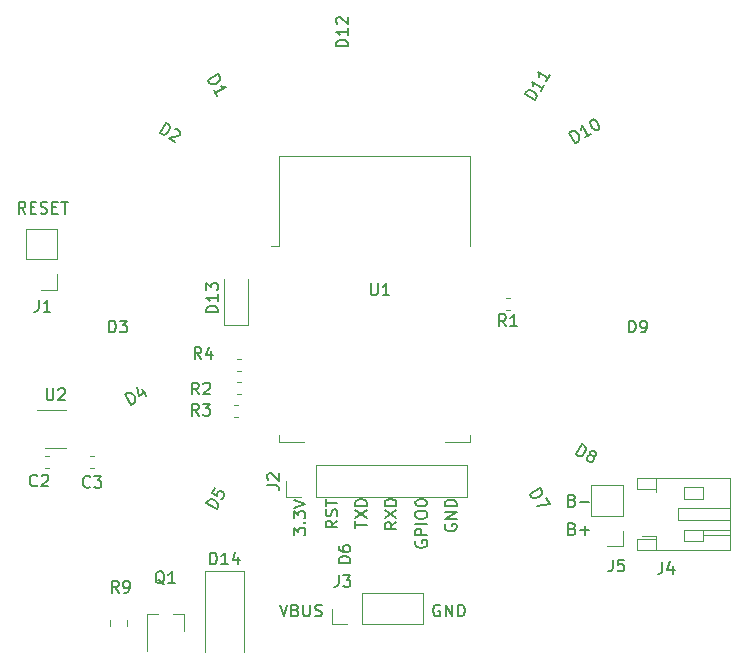
<source format=gbr>
G04 #@! TF.GenerationSoftware,KiCad,Pcbnew,(5.1.4-0)*
G04 #@! TF.CreationDate,2022-04-01T12:31:45+08:00*
G04 #@! TF.ProjectId,esp8266_ntp_clock,65737038-3236-4365-9f6e-74705f636c6f,v1.0*
G04 #@! TF.SameCoordinates,Original*
G04 #@! TF.FileFunction,Legend,Top*
G04 #@! TF.FilePolarity,Positive*
%FSLAX46Y46*%
G04 Gerber Fmt 4.6, Leading zero omitted, Abs format (unit mm)*
G04 Created by KiCad (PCBNEW (5.1.4-0)) date 2022-04-01 12:31:45*
%MOMM*%
%LPD*%
G04 APERTURE LIST*
%ADD10C,0.150000*%
%ADD11C,0.120000*%
G04 APERTURE END LIST*
D10*
X119238095Y-110500000D02*
X119142857Y-110452380D01*
X119000000Y-110452380D01*
X118857142Y-110500000D01*
X118761904Y-110595238D01*
X118714285Y-110690476D01*
X118666666Y-110880952D01*
X118666666Y-111023809D01*
X118714285Y-111214285D01*
X118761904Y-111309523D01*
X118857142Y-111404761D01*
X119000000Y-111452380D01*
X119095238Y-111452380D01*
X119238095Y-111404761D01*
X119285714Y-111357142D01*
X119285714Y-111023809D01*
X119095238Y-111023809D01*
X119714285Y-111452380D02*
X119714285Y-110452380D01*
X120285714Y-111452380D01*
X120285714Y-110452380D01*
X120761904Y-111452380D02*
X120761904Y-110452380D01*
X121000000Y-110452380D01*
X121142857Y-110500000D01*
X121238095Y-110595238D01*
X121285714Y-110690476D01*
X121333333Y-110880952D01*
X121333333Y-111023809D01*
X121285714Y-111214285D01*
X121238095Y-111309523D01*
X121142857Y-111404761D01*
X121000000Y-111452380D01*
X120761904Y-111452380D01*
X105666666Y-110452380D02*
X106000000Y-111452380D01*
X106333333Y-110452380D01*
X107000000Y-110928571D02*
X107142857Y-110976190D01*
X107190476Y-111023809D01*
X107238095Y-111119047D01*
X107238095Y-111261904D01*
X107190476Y-111357142D01*
X107142857Y-111404761D01*
X107047619Y-111452380D01*
X106666666Y-111452380D01*
X106666666Y-110452380D01*
X107000000Y-110452380D01*
X107095238Y-110500000D01*
X107142857Y-110547619D01*
X107190476Y-110642857D01*
X107190476Y-110738095D01*
X107142857Y-110833333D01*
X107095238Y-110880952D01*
X107000000Y-110928571D01*
X106666666Y-110928571D01*
X107666666Y-110452380D02*
X107666666Y-111261904D01*
X107714285Y-111357142D01*
X107761904Y-111404761D01*
X107857142Y-111452380D01*
X108047619Y-111452380D01*
X108142857Y-111404761D01*
X108190476Y-111357142D01*
X108238095Y-111261904D01*
X108238095Y-110452380D01*
X108666666Y-111404761D02*
X108809523Y-111452380D01*
X109047619Y-111452380D01*
X109142857Y-111404761D01*
X109190476Y-111357142D01*
X109238095Y-111261904D01*
X109238095Y-111166666D01*
X109190476Y-111071428D01*
X109142857Y-111023809D01*
X109047619Y-110976190D01*
X108857142Y-110928571D01*
X108761904Y-110880952D01*
X108714285Y-110833333D01*
X108666666Y-110738095D01*
X108666666Y-110642857D01*
X108714285Y-110547619D01*
X108761904Y-110500000D01*
X108857142Y-110452380D01*
X109095238Y-110452380D01*
X109238095Y-110500000D01*
X84147619Y-77352380D02*
X83814285Y-76876190D01*
X83576190Y-77352380D02*
X83576190Y-76352380D01*
X83957142Y-76352380D01*
X84052380Y-76400000D01*
X84100000Y-76447619D01*
X84147619Y-76542857D01*
X84147619Y-76685714D01*
X84100000Y-76780952D01*
X84052380Y-76828571D01*
X83957142Y-76876190D01*
X83576190Y-76876190D01*
X84576190Y-76828571D02*
X84909523Y-76828571D01*
X85052380Y-77352380D02*
X84576190Y-77352380D01*
X84576190Y-76352380D01*
X85052380Y-76352380D01*
X85433333Y-77304761D02*
X85576190Y-77352380D01*
X85814285Y-77352380D01*
X85909523Y-77304761D01*
X85957142Y-77257142D01*
X86004761Y-77161904D01*
X86004761Y-77066666D01*
X85957142Y-76971428D01*
X85909523Y-76923809D01*
X85814285Y-76876190D01*
X85623809Y-76828571D01*
X85528571Y-76780952D01*
X85480952Y-76733333D01*
X85433333Y-76638095D01*
X85433333Y-76542857D01*
X85480952Y-76447619D01*
X85528571Y-76400000D01*
X85623809Y-76352380D01*
X85861904Y-76352380D01*
X86004761Y-76400000D01*
X86433333Y-76828571D02*
X86766666Y-76828571D01*
X86909523Y-77352380D02*
X86433333Y-77352380D01*
X86433333Y-76352380D01*
X86909523Y-76352380D01*
X87195238Y-76352380D02*
X87766666Y-76352380D01*
X87480952Y-77352380D02*
X87480952Y-76352380D01*
X130452380Y-101628571D02*
X130595238Y-101676190D01*
X130642857Y-101723809D01*
X130690476Y-101819047D01*
X130690476Y-101961904D01*
X130642857Y-102057142D01*
X130595238Y-102104761D01*
X130500000Y-102152380D01*
X130119047Y-102152380D01*
X130119047Y-101152380D01*
X130452380Y-101152380D01*
X130547619Y-101200000D01*
X130595238Y-101247619D01*
X130642857Y-101342857D01*
X130642857Y-101438095D01*
X130595238Y-101533333D01*
X130547619Y-101580952D01*
X130452380Y-101628571D01*
X130119047Y-101628571D01*
X131119047Y-101771428D02*
X131880952Y-101771428D01*
X130452380Y-104028571D02*
X130595238Y-104076190D01*
X130642857Y-104123809D01*
X130690476Y-104219047D01*
X130690476Y-104361904D01*
X130642857Y-104457142D01*
X130595238Y-104504761D01*
X130500000Y-104552380D01*
X130119047Y-104552380D01*
X130119047Y-103552380D01*
X130452380Y-103552380D01*
X130547619Y-103600000D01*
X130595238Y-103647619D01*
X130642857Y-103742857D01*
X130642857Y-103838095D01*
X130595238Y-103933333D01*
X130547619Y-103980952D01*
X130452380Y-104028571D01*
X130119047Y-104028571D01*
X131119047Y-104171428D02*
X131880952Y-104171428D01*
X131500000Y-104552380D02*
X131500000Y-103790476D01*
X119700000Y-103661904D02*
X119652380Y-103757142D01*
X119652380Y-103900000D01*
X119700000Y-104042857D01*
X119795238Y-104138095D01*
X119890476Y-104185714D01*
X120080952Y-104233333D01*
X120223809Y-104233333D01*
X120414285Y-104185714D01*
X120509523Y-104138095D01*
X120604761Y-104042857D01*
X120652380Y-103900000D01*
X120652380Y-103804761D01*
X120604761Y-103661904D01*
X120557142Y-103614285D01*
X120223809Y-103614285D01*
X120223809Y-103804761D01*
X120652380Y-103185714D02*
X119652380Y-103185714D01*
X120652380Y-102614285D01*
X119652380Y-102614285D01*
X120652380Y-102138095D02*
X119652380Y-102138095D01*
X119652380Y-101900000D01*
X119700000Y-101757142D01*
X119795238Y-101661904D01*
X119890476Y-101614285D01*
X120080952Y-101566666D01*
X120223809Y-101566666D01*
X120414285Y-101614285D01*
X120509523Y-101661904D01*
X120604761Y-101757142D01*
X120652380Y-101900000D01*
X120652380Y-102138095D01*
X117200000Y-105076190D02*
X117152380Y-105171428D01*
X117152380Y-105314285D01*
X117200000Y-105457142D01*
X117295238Y-105552380D01*
X117390476Y-105600000D01*
X117580952Y-105647619D01*
X117723809Y-105647619D01*
X117914285Y-105600000D01*
X118009523Y-105552380D01*
X118104761Y-105457142D01*
X118152380Y-105314285D01*
X118152380Y-105219047D01*
X118104761Y-105076190D01*
X118057142Y-105028571D01*
X117723809Y-105028571D01*
X117723809Y-105219047D01*
X118152380Y-104600000D02*
X117152380Y-104600000D01*
X117152380Y-104219047D01*
X117200000Y-104123809D01*
X117247619Y-104076190D01*
X117342857Y-104028571D01*
X117485714Y-104028571D01*
X117580952Y-104076190D01*
X117628571Y-104123809D01*
X117676190Y-104219047D01*
X117676190Y-104600000D01*
X118152380Y-103600000D02*
X117152380Y-103600000D01*
X117152380Y-102933333D02*
X117152380Y-102742857D01*
X117200000Y-102647619D01*
X117295238Y-102552380D01*
X117485714Y-102504761D01*
X117819047Y-102504761D01*
X118009523Y-102552380D01*
X118104761Y-102647619D01*
X118152380Y-102742857D01*
X118152380Y-102933333D01*
X118104761Y-103028571D01*
X118009523Y-103123809D01*
X117819047Y-103171428D01*
X117485714Y-103171428D01*
X117295238Y-103123809D01*
X117200000Y-103028571D01*
X117152380Y-102933333D01*
X117152380Y-101885714D02*
X117152380Y-101790476D01*
X117200000Y-101695238D01*
X117247619Y-101647619D01*
X117342857Y-101600000D01*
X117533333Y-101552380D01*
X117771428Y-101552380D01*
X117961904Y-101600000D01*
X118057142Y-101647619D01*
X118104761Y-101695238D01*
X118152380Y-101790476D01*
X118152380Y-101885714D01*
X118104761Y-101980952D01*
X118057142Y-102028571D01*
X117961904Y-102076190D01*
X117771428Y-102123809D01*
X117533333Y-102123809D01*
X117342857Y-102076190D01*
X117247619Y-102028571D01*
X117200000Y-101980952D01*
X117152380Y-101885714D01*
X115552380Y-103466666D02*
X115076190Y-103800000D01*
X115552380Y-104038095D02*
X114552380Y-104038095D01*
X114552380Y-103657142D01*
X114600000Y-103561904D01*
X114647619Y-103514285D01*
X114742857Y-103466666D01*
X114885714Y-103466666D01*
X114980952Y-103514285D01*
X115028571Y-103561904D01*
X115076190Y-103657142D01*
X115076190Y-104038095D01*
X114552380Y-103133333D02*
X115552380Y-102466666D01*
X114552380Y-102466666D02*
X115552380Y-103133333D01*
X115552380Y-102085714D02*
X114552380Y-102085714D01*
X114552380Y-101847619D01*
X114600000Y-101704761D01*
X114695238Y-101609523D01*
X114790476Y-101561904D01*
X114980952Y-101514285D01*
X115123809Y-101514285D01*
X115314285Y-101561904D01*
X115409523Y-101609523D01*
X115504761Y-101704761D01*
X115552380Y-101847619D01*
X115552380Y-102085714D01*
X112052380Y-103961904D02*
X112052380Y-103390476D01*
X113052380Y-103676190D02*
X112052380Y-103676190D01*
X112052380Y-103152380D02*
X113052380Y-102485714D01*
X112052380Y-102485714D02*
X113052380Y-103152380D01*
X113052380Y-102104761D02*
X112052380Y-102104761D01*
X112052380Y-101866666D01*
X112100000Y-101723809D01*
X112195238Y-101628571D01*
X112290476Y-101580952D01*
X112480952Y-101533333D01*
X112623809Y-101533333D01*
X112814285Y-101580952D01*
X112909523Y-101628571D01*
X113004761Y-101723809D01*
X113052380Y-101866666D01*
X113052380Y-102104761D01*
X110552380Y-103347619D02*
X110076190Y-103680952D01*
X110552380Y-103919047D02*
X109552380Y-103919047D01*
X109552380Y-103538095D01*
X109600000Y-103442857D01*
X109647619Y-103395238D01*
X109742857Y-103347619D01*
X109885714Y-103347619D01*
X109980952Y-103395238D01*
X110028571Y-103442857D01*
X110076190Y-103538095D01*
X110076190Y-103919047D01*
X110504761Y-102966666D02*
X110552380Y-102823809D01*
X110552380Y-102585714D01*
X110504761Y-102490476D01*
X110457142Y-102442857D01*
X110361904Y-102395238D01*
X110266666Y-102395238D01*
X110171428Y-102442857D01*
X110123809Y-102490476D01*
X110076190Y-102585714D01*
X110028571Y-102776190D01*
X109980952Y-102871428D01*
X109933333Y-102919047D01*
X109838095Y-102966666D01*
X109742857Y-102966666D01*
X109647619Y-102919047D01*
X109600000Y-102871428D01*
X109552380Y-102776190D01*
X109552380Y-102538095D01*
X109600000Y-102395238D01*
X109552380Y-102109523D02*
X109552380Y-101538095D01*
X110552380Y-101823809D02*
X109552380Y-101823809D01*
X106852380Y-104576190D02*
X106852380Y-103957142D01*
X107233333Y-104290476D01*
X107233333Y-104147619D01*
X107280952Y-104052380D01*
X107328571Y-104004761D01*
X107423809Y-103957142D01*
X107661904Y-103957142D01*
X107757142Y-104004761D01*
X107804761Y-104052380D01*
X107852380Y-104147619D01*
X107852380Y-104433333D01*
X107804761Y-104528571D01*
X107757142Y-104576190D01*
X107757142Y-103528571D02*
X107804761Y-103480952D01*
X107852380Y-103528571D01*
X107804761Y-103576190D01*
X107757142Y-103528571D01*
X107852380Y-103528571D01*
X106852380Y-103147619D02*
X106852380Y-102528571D01*
X107233333Y-102861904D01*
X107233333Y-102719047D01*
X107280952Y-102623809D01*
X107328571Y-102576190D01*
X107423809Y-102528571D01*
X107661904Y-102528571D01*
X107757142Y-102576190D01*
X107804761Y-102623809D01*
X107852380Y-102719047D01*
X107852380Y-103004761D01*
X107804761Y-103100000D01*
X107757142Y-103147619D01*
X106852380Y-102242857D02*
X107852380Y-101909523D01*
X106852380Y-101576190D01*
D11*
X86171267Y-97890000D02*
X85828733Y-97890000D01*
X86171267Y-98910000D02*
X85828733Y-98910000D01*
X89971267Y-98910000D02*
X89628733Y-98910000D01*
X89971267Y-97890000D02*
X89628733Y-97890000D01*
X101000000Y-86750000D02*
X103000000Y-86750000D01*
X103000000Y-86750000D02*
X103000000Y-82850000D01*
X101000000Y-86750000D02*
X101000000Y-82850000D01*
X102650000Y-107600000D02*
X99350000Y-107600000D01*
X99350000Y-107600000D02*
X99350000Y-114500000D01*
X102650000Y-107600000D02*
X102650000Y-114500000D01*
X86830000Y-78630000D02*
X84170000Y-78630000D01*
X86830000Y-81230000D02*
X86830000Y-78630000D01*
X84170000Y-81230000D02*
X84170000Y-78630000D01*
X86830000Y-81230000D02*
X84170000Y-81230000D01*
X86830000Y-82500000D02*
X86830000Y-83830000D01*
X86830000Y-83830000D02*
X85500000Y-83830000D01*
X121530000Y-101330000D02*
X121530000Y-98670000D01*
X108770000Y-101330000D02*
X121530000Y-101330000D01*
X108770000Y-98670000D02*
X121530000Y-98670000D01*
X108770000Y-101330000D02*
X108770000Y-98670000D01*
X107500000Y-101330000D02*
X106170000Y-101330000D01*
X106170000Y-101330000D02*
X106170000Y-100000000D01*
X117810000Y-112130000D02*
X117810000Y-109470000D01*
X112670000Y-112130000D02*
X117810000Y-112130000D01*
X112670000Y-109470000D02*
X117810000Y-109470000D01*
X112670000Y-112130000D02*
X112670000Y-109470000D01*
X111400000Y-112130000D02*
X110070000Y-112130000D01*
X110070000Y-112130000D02*
X110070000Y-110800000D01*
X137540000Y-104660000D02*
X137540000Y-104940000D01*
X137540000Y-104940000D02*
X135940000Y-104940000D01*
X135940000Y-104940000D02*
X135940000Y-105860000D01*
X135940000Y-105860000D02*
X143760000Y-105860000D01*
X143760000Y-105860000D02*
X143760000Y-99740000D01*
X143760000Y-99740000D02*
X135940000Y-99740000D01*
X135940000Y-99740000D02*
X135940000Y-100660000D01*
X135940000Y-100660000D02*
X137540000Y-100660000D01*
X137540000Y-100660000D02*
X137540000Y-100940000D01*
X143760000Y-103300000D02*
X139400000Y-103300000D01*
X139400000Y-103300000D02*
X139400000Y-102300000D01*
X139400000Y-102300000D02*
X143760000Y-102300000D01*
X137540000Y-105860000D02*
X137540000Y-104940000D01*
X137540000Y-99740000D02*
X137540000Y-100660000D01*
X139900000Y-105100000D02*
X141500000Y-105100000D01*
X141500000Y-105100000D02*
X141500000Y-104100000D01*
X141500000Y-104100000D02*
X139900000Y-104100000D01*
X139900000Y-104100000D02*
X139900000Y-105100000D01*
X139900000Y-100500000D02*
X141500000Y-100500000D01*
X141500000Y-100500000D02*
X141500000Y-101500000D01*
X141500000Y-101500000D02*
X139900000Y-101500000D01*
X139900000Y-101500000D02*
X139900000Y-100500000D01*
X141500000Y-104100000D02*
X143760000Y-104100000D01*
X141500000Y-104600000D02*
X143760000Y-104600000D01*
X137540000Y-104660000D02*
X136325000Y-104660000D01*
X97580000Y-111240000D02*
X96650000Y-111240000D01*
X94420000Y-111240000D02*
X95350000Y-111240000D01*
X94420000Y-111240000D02*
X94420000Y-114400000D01*
X97580000Y-111240000D02*
X97580000Y-112700000D01*
X125171267Y-85510000D02*
X124828733Y-85510000D01*
X125171267Y-84490000D02*
X124828733Y-84490000D01*
X102028733Y-92610000D02*
X102371267Y-92610000D01*
X102028733Y-91590000D02*
X102371267Y-91590000D01*
X101828733Y-93590000D02*
X102171267Y-93590000D01*
X101828733Y-94610000D02*
X102171267Y-94610000D01*
X102028733Y-90710000D02*
X102371267Y-90710000D01*
X102028733Y-89690000D02*
X102371267Y-89690000D01*
X91290000Y-112261252D02*
X91290000Y-111738748D01*
X92710000Y-112261252D02*
X92710000Y-111738748D01*
X105580000Y-80100000D02*
X104970000Y-80100000D01*
X105580000Y-80100000D02*
X105580000Y-72480000D01*
X105580000Y-96720000D02*
X105580000Y-96100000D01*
X107700000Y-96720000D02*
X105580000Y-96720000D01*
X121820000Y-96720000D02*
X119700000Y-96720000D01*
X121820000Y-96100000D02*
X121820000Y-96720000D01*
X121820000Y-72480000D02*
X121820000Y-80100000D01*
X105580000Y-72480000D02*
X121820000Y-72480000D01*
X85800000Y-97210000D02*
X87600000Y-97210000D01*
X87600000Y-93990000D02*
X85150000Y-93990000D01*
X134730000Y-100330000D02*
X132070000Y-100330000D01*
X134730000Y-102930000D02*
X134730000Y-100330000D01*
X132070000Y-102930000D02*
X132070000Y-100330000D01*
X134730000Y-102930000D02*
X132070000Y-102930000D01*
X134730000Y-104200000D02*
X134730000Y-105530000D01*
X134730000Y-105530000D02*
X133400000Y-105530000D01*
D10*
X85133333Y-100357142D02*
X85085714Y-100404761D01*
X84942857Y-100452380D01*
X84847619Y-100452380D01*
X84704761Y-100404761D01*
X84609523Y-100309523D01*
X84561904Y-100214285D01*
X84514285Y-100023809D01*
X84514285Y-99880952D01*
X84561904Y-99690476D01*
X84609523Y-99595238D01*
X84704761Y-99500000D01*
X84847619Y-99452380D01*
X84942857Y-99452380D01*
X85085714Y-99500000D01*
X85133333Y-99547619D01*
X85514285Y-99547619D02*
X85561904Y-99500000D01*
X85657142Y-99452380D01*
X85895238Y-99452380D01*
X85990476Y-99500000D01*
X86038095Y-99547619D01*
X86085714Y-99642857D01*
X86085714Y-99738095D01*
X86038095Y-99880952D01*
X85466666Y-100452380D01*
X86085714Y-100452380D01*
X89633333Y-100457142D02*
X89585714Y-100504761D01*
X89442857Y-100552380D01*
X89347619Y-100552380D01*
X89204761Y-100504761D01*
X89109523Y-100409523D01*
X89061904Y-100314285D01*
X89014285Y-100123809D01*
X89014285Y-99980952D01*
X89061904Y-99790476D01*
X89109523Y-99695238D01*
X89204761Y-99600000D01*
X89347619Y-99552380D01*
X89442857Y-99552380D01*
X89585714Y-99600000D01*
X89633333Y-99647619D01*
X89966666Y-99552380D02*
X90585714Y-99552380D01*
X90252380Y-99933333D01*
X90395238Y-99933333D01*
X90490476Y-99980952D01*
X90538095Y-100028571D01*
X90585714Y-100123809D01*
X90585714Y-100361904D01*
X90538095Y-100457142D01*
X90490476Y-100504761D01*
X90395238Y-100552380D01*
X90109523Y-100552380D01*
X90014285Y-100504761D01*
X89966666Y-100457142D01*
X99610743Y-66066833D02*
X100476769Y-65566833D01*
X100595817Y-65773029D01*
X100626006Y-65920557D01*
X100591146Y-66050654D01*
X100532477Y-66139513D01*
X100391329Y-66275990D01*
X100267612Y-66347419D01*
X100078845Y-66401417D01*
X99972557Y-66407797D01*
X99842459Y-66372938D01*
X99729791Y-66273029D01*
X99610743Y-66066833D01*
X100372648Y-67386491D02*
X100086934Y-66891619D01*
X100229791Y-67139055D02*
X101095817Y-66639055D01*
X100924480Y-66628005D01*
X100794382Y-66593145D01*
X100705524Y-66534476D01*
X95514748Y-70524290D02*
X96014748Y-69658265D01*
X96220944Y-69777312D01*
X96320853Y-69889980D01*
X96355712Y-70020078D01*
X96349333Y-70126366D01*
X96295334Y-70315133D01*
X96223905Y-70438851D01*
X96087428Y-70579999D01*
X95998569Y-70638668D01*
X95868472Y-70673527D01*
X95720944Y-70643338D01*
X95514748Y-70524290D01*
X96791915Y-70216934D02*
X96856964Y-70199504D01*
X96963252Y-70205884D01*
X97169448Y-70324932D01*
X97228117Y-70413790D01*
X97245547Y-70478839D01*
X97239167Y-70585127D01*
X97191548Y-70667605D01*
X97078881Y-70767514D01*
X96298295Y-70976671D01*
X96834406Y-71286195D01*
X91231904Y-87412380D02*
X91231904Y-86412380D01*
X91470000Y-86412380D01*
X91612857Y-86460000D01*
X91708095Y-86555238D01*
X91755714Y-86650476D01*
X91803333Y-86840952D01*
X91803333Y-86983809D01*
X91755714Y-87174285D01*
X91708095Y-87269523D01*
X91612857Y-87364761D01*
X91470000Y-87412380D01*
X91231904Y-87412380D01*
X92136666Y-86412380D02*
X92755714Y-86412380D01*
X92422380Y-86793333D01*
X92565238Y-86793333D01*
X92660476Y-86840952D01*
X92708095Y-86888571D01*
X92755714Y-86983809D01*
X92755714Y-87221904D01*
X92708095Y-87317142D01*
X92660476Y-87364761D01*
X92565238Y-87412380D01*
X92279523Y-87412380D01*
X92184285Y-87364761D01*
X92136666Y-87317142D01*
X93107129Y-93532386D02*
X92607129Y-92666360D01*
X92813325Y-92547312D01*
X92960853Y-92517123D01*
X93090950Y-92551983D01*
X93179809Y-92610652D01*
X93316286Y-92751800D01*
X93387715Y-92875517D01*
X93441713Y-93064284D01*
X93448093Y-93170572D01*
X93413234Y-93300670D01*
X93313325Y-93413338D01*
X93107129Y-93532386D01*
X94010975Y-92240750D02*
X94344308Y-92818100D01*
X93614302Y-92029883D02*
X93765248Y-92767520D01*
X94301359Y-92457996D01*
X100324290Y-102385251D02*
X99458265Y-101885251D01*
X99577312Y-101679055D01*
X99689980Y-101579146D01*
X99820078Y-101544287D01*
X99926366Y-101550666D01*
X100115133Y-101604665D01*
X100238851Y-101676094D01*
X100379999Y-101812571D01*
X100438668Y-101901430D01*
X100473527Y-102031527D01*
X100443338Y-102179055D01*
X100324290Y-102385251D01*
X100196360Y-100606833D02*
X99958265Y-101019226D01*
X100346848Y-101298560D01*
X100329419Y-101233512D01*
X100335798Y-101127223D01*
X100454846Y-100921027D01*
X100543704Y-100862358D01*
X100608753Y-100844928D01*
X100715041Y-100851308D01*
X100921238Y-100970355D01*
X100979907Y-101059214D01*
X100997337Y-101124263D01*
X100990957Y-101230551D01*
X100871909Y-101436747D01*
X100783051Y-101495416D01*
X100718002Y-101512846D01*
X111652380Y-106938095D02*
X110652380Y-106938095D01*
X110652380Y-106700000D01*
X110700000Y-106557142D01*
X110795238Y-106461904D01*
X110890476Y-106414285D01*
X111080952Y-106366666D01*
X111223809Y-106366666D01*
X111414285Y-106414285D01*
X111509523Y-106461904D01*
X111604761Y-106557142D01*
X111652380Y-106700000D01*
X111652380Y-106938095D01*
X110652380Y-105509523D02*
X110652380Y-105700000D01*
X110700000Y-105795238D01*
X110747619Y-105842857D01*
X110890476Y-105938095D01*
X111080952Y-105985714D01*
X111461904Y-105985714D01*
X111557142Y-105938095D01*
X111604761Y-105890476D01*
X111652380Y-105795238D01*
X111652380Y-105604761D01*
X111604761Y-105509523D01*
X111557142Y-105461904D01*
X111461904Y-105414285D01*
X111223809Y-105414285D01*
X111128571Y-105461904D01*
X111080952Y-105509523D01*
X111033333Y-105604761D01*
X111033333Y-105795238D01*
X111080952Y-105890476D01*
X111128571Y-105938095D01*
X111223809Y-105985714D01*
X126867613Y-101107129D02*
X127733639Y-100607129D01*
X127852687Y-100813325D01*
X127882876Y-100960853D01*
X127848016Y-101090950D01*
X127789347Y-101179809D01*
X127648199Y-101316286D01*
X127524482Y-101387715D01*
X127335715Y-101441713D01*
X127229427Y-101448093D01*
X127099329Y-101413234D01*
X126986661Y-101313325D01*
X126867613Y-101107129D01*
X128186020Y-101390676D02*
X128519353Y-101968026D01*
X127439042Y-102096872D01*
X130754452Y-97721160D02*
X131254452Y-96855135D01*
X131460648Y-96974182D01*
X131560557Y-97086850D01*
X131595416Y-97216948D01*
X131589037Y-97323236D01*
X131535038Y-97512003D01*
X131463609Y-97635721D01*
X131327132Y-97776869D01*
X131238273Y-97835538D01*
X131108176Y-97870397D01*
X130960648Y-97840208D01*
X130754452Y-97721160D01*
X132029909Y-97797717D02*
X131971240Y-97708859D01*
X131953811Y-97643810D01*
X131960190Y-97537522D01*
X131984000Y-97496283D01*
X132072858Y-97437613D01*
X132137907Y-97420184D01*
X132244195Y-97426563D01*
X132409152Y-97521802D01*
X132467821Y-97610660D01*
X132485251Y-97675709D01*
X132478871Y-97781997D01*
X132455062Y-97823236D01*
X132366204Y-97881905D01*
X132301155Y-97899335D01*
X132194867Y-97892955D01*
X132029909Y-97797717D01*
X131923621Y-97791337D01*
X131858572Y-97808767D01*
X131769714Y-97867436D01*
X131674476Y-98032394D01*
X131668096Y-98138682D01*
X131685526Y-98203730D01*
X131744195Y-98292589D01*
X131909152Y-98387827D01*
X132015440Y-98394207D01*
X132080489Y-98376777D01*
X132169348Y-98318108D01*
X132264586Y-98153151D01*
X132270965Y-98046862D01*
X132253536Y-97981814D01*
X132194867Y-97892955D01*
X135231904Y-87412380D02*
X135231904Y-86412380D01*
X135470000Y-86412380D01*
X135612857Y-86460000D01*
X135708095Y-86555238D01*
X135755714Y-86650476D01*
X135803333Y-86840952D01*
X135803333Y-86983809D01*
X135755714Y-87174285D01*
X135708095Y-87269523D01*
X135612857Y-87364761D01*
X135470000Y-87412380D01*
X135231904Y-87412380D01*
X136279523Y-87412380D02*
X136470000Y-87412380D01*
X136565238Y-87364761D01*
X136612857Y-87317142D01*
X136708095Y-87174285D01*
X136755714Y-86983809D01*
X136755714Y-86602857D01*
X136708095Y-86507619D01*
X136660476Y-86460000D01*
X136565238Y-86412380D01*
X136374761Y-86412380D01*
X136279523Y-86460000D01*
X136231904Y-86507619D01*
X136184285Y-86602857D01*
X136184285Y-86840952D01*
X136231904Y-86936190D01*
X136279523Y-86983809D01*
X136374761Y-87031428D01*
X136565238Y-87031428D01*
X136660476Y-86983809D01*
X136708095Y-86936190D01*
X136755714Y-86840952D01*
X130694736Y-71370481D02*
X130194736Y-70504455D01*
X130400932Y-70385408D01*
X130548460Y-70355218D01*
X130678557Y-70390078D01*
X130767416Y-70448747D01*
X130903893Y-70589895D01*
X130975322Y-70713613D01*
X131029320Y-70902379D01*
X131035700Y-71008668D01*
X131000841Y-71138765D01*
X130900932Y-71251433D01*
X130694736Y-71370481D01*
X132014393Y-70608576D02*
X131519522Y-70894290D01*
X131766958Y-70751433D02*
X131266958Y-69885408D01*
X131255908Y-70056745D01*
X131221048Y-70186842D01*
X131162379Y-70275701D01*
X132050504Y-69433027D02*
X132132983Y-69385408D01*
X132239271Y-69379028D01*
X132304320Y-69396458D01*
X132393178Y-69455127D01*
X132529656Y-69596275D01*
X132648703Y-69802471D01*
X132702702Y-69991238D01*
X132709082Y-70097526D01*
X132691652Y-70162575D01*
X132632983Y-70251433D01*
X132550504Y-70299052D01*
X132444216Y-70305432D01*
X132379167Y-70288002D01*
X132290309Y-70229333D01*
X132153832Y-70088185D01*
X132034784Y-69881989D01*
X131980785Y-69693222D01*
X131974406Y-69586934D01*
X131991835Y-69521885D01*
X132050504Y-69433027D01*
X127283065Y-67757940D02*
X126417040Y-67257940D01*
X126536087Y-67051744D01*
X126648755Y-66951835D01*
X126778853Y-66916976D01*
X126885141Y-66923356D01*
X127073908Y-66977354D01*
X127197626Y-67048783D01*
X127338773Y-67185260D01*
X127397442Y-67274119D01*
X127432302Y-67404216D01*
X127402113Y-67551744D01*
X127283065Y-67757940D01*
X128044970Y-66438282D02*
X127759256Y-66933154D01*
X127902113Y-66685718D02*
X127036087Y-66185718D01*
X127112186Y-66339626D01*
X127147046Y-66469723D01*
X127140666Y-66576011D01*
X128521160Y-65613496D02*
X128235446Y-66108368D01*
X128378303Y-65860932D02*
X127512278Y-65360932D01*
X127588377Y-65514839D01*
X127623236Y-65644937D01*
X127616856Y-65751225D01*
X111452380Y-63184285D02*
X110452380Y-63184285D01*
X110452380Y-62946190D01*
X110500000Y-62803333D01*
X110595238Y-62708095D01*
X110690476Y-62660476D01*
X110880952Y-62612857D01*
X111023809Y-62612857D01*
X111214285Y-62660476D01*
X111309523Y-62708095D01*
X111404761Y-62803333D01*
X111452380Y-62946190D01*
X111452380Y-63184285D01*
X111452380Y-61660476D02*
X111452380Y-62231904D01*
X111452380Y-61946190D02*
X110452380Y-61946190D01*
X110595238Y-62041428D01*
X110690476Y-62136666D01*
X110738095Y-62231904D01*
X110547619Y-61279523D02*
X110500000Y-61231904D01*
X110452380Y-61136666D01*
X110452380Y-60898571D01*
X110500000Y-60803333D01*
X110547619Y-60755714D01*
X110642857Y-60708095D01*
X110738095Y-60708095D01*
X110880952Y-60755714D01*
X111452380Y-61327142D01*
X111452380Y-60708095D01*
X100452380Y-85714285D02*
X99452380Y-85714285D01*
X99452380Y-85476190D01*
X99500000Y-85333333D01*
X99595238Y-85238095D01*
X99690476Y-85190476D01*
X99880952Y-85142857D01*
X100023809Y-85142857D01*
X100214285Y-85190476D01*
X100309523Y-85238095D01*
X100404761Y-85333333D01*
X100452380Y-85476190D01*
X100452380Y-85714285D01*
X100452380Y-84190476D02*
X100452380Y-84761904D01*
X100452380Y-84476190D02*
X99452380Y-84476190D01*
X99595238Y-84571428D01*
X99690476Y-84666666D01*
X99738095Y-84761904D01*
X99452380Y-83857142D02*
X99452380Y-83238095D01*
X99833333Y-83571428D01*
X99833333Y-83428571D01*
X99880952Y-83333333D01*
X99928571Y-83285714D01*
X100023809Y-83238095D01*
X100261904Y-83238095D01*
X100357142Y-83285714D01*
X100404761Y-83333333D01*
X100452380Y-83428571D01*
X100452380Y-83714285D01*
X100404761Y-83809523D01*
X100357142Y-83857142D01*
X99785714Y-107052380D02*
X99785714Y-106052380D01*
X100023809Y-106052380D01*
X100166666Y-106100000D01*
X100261904Y-106195238D01*
X100309523Y-106290476D01*
X100357142Y-106480952D01*
X100357142Y-106623809D01*
X100309523Y-106814285D01*
X100261904Y-106909523D01*
X100166666Y-107004761D01*
X100023809Y-107052380D01*
X99785714Y-107052380D01*
X101309523Y-107052380D02*
X100738095Y-107052380D01*
X101023809Y-107052380D02*
X101023809Y-106052380D01*
X100928571Y-106195238D01*
X100833333Y-106290476D01*
X100738095Y-106338095D01*
X102166666Y-106385714D02*
X102166666Y-107052380D01*
X101928571Y-106004761D02*
X101690476Y-106719047D01*
X102309523Y-106719047D01*
X85266666Y-84652380D02*
X85266666Y-85366666D01*
X85219047Y-85509523D01*
X85123809Y-85604761D01*
X84980952Y-85652380D01*
X84885714Y-85652380D01*
X86266666Y-85652380D02*
X85695238Y-85652380D01*
X85980952Y-85652380D02*
X85980952Y-84652380D01*
X85885714Y-84795238D01*
X85790476Y-84890476D01*
X85695238Y-84938095D01*
X104622380Y-100333333D02*
X105336666Y-100333333D01*
X105479523Y-100380952D01*
X105574761Y-100476190D01*
X105622380Y-100619047D01*
X105622380Y-100714285D01*
X104717619Y-99904761D02*
X104670000Y-99857142D01*
X104622380Y-99761904D01*
X104622380Y-99523809D01*
X104670000Y-99428571D01*
X104717619Y-99380952D01*
X104812857Y-99333333D01*
X104908095Y-99333333D01*
X105050952Y-99380952D01*
X105622380Y-99952380D01*
X105622380Y-99333333D01*
X110666666Y-107952380D02*
X110666666Y-108666666D01*
X110619047Y-108809523D01*
X110523809Y-108904761D01*
X110380952Y-108952380D01*
X110285714Y-108952380D01*
X111047619Y-107952380D02*
X111666666Y-107952380D01*
X111333333Y-108333333D01*
X111476190Y-108333333D01*
X111571428Y-108380952D01*
X111619047Y-108428571D01*
X111666666Y-108523809D01*
X111666666Y-108761904D01*
X111619047Y-108857142D01*
X111571428Y-108904761D01*
X111476190Y-108952380D01*
X111190476Y-108952380D01*
X111095238Y-108904761D01*
X111047619Y-108857142D01*
X138066666Y-106852380D02*
X138066666Y-107566666D01*
X138019047Y-107709523D01*
X137923809Y-107804761D01*
X137780952Y-107852380D01*
X137685714Y-107852380D01*
X138971428Y-107185714D02*
X138971428Y-107852380D01*
X138733333Y-106804761D02*
X138495238Y-107519047D01*
X139114285Y-107519047D01*
X95904761Y-108747619D02*
X95809523Y-108700000D01*
X95714285Y-108604761D01*
X95571428Y-108461904D01*
X95476190Y-108414285D01*
X95380952Y-108414285D01*
X95428571Y-108652380D02*
X95333333Y-108604761D01*
X95238095Y-108509523D01*
X95190476Y-108319047D01*
X95190476Y-107985714D01*
X95238095Y-107795238D01*
X95333333Y-107700000D01*
X95428571Y-107652380D01*
X95619047Y-107652380D01*
X95714285Y-107700000D01*
X95809523Y-107795238D01*
X95857142Y-107985714D01*
X95857142Y-108319047D01*
X95809523Y-108509523D01*
X95714285Y-108604761D01*
X95619047Y-108652380D01*
X95428571Y-108652380D01*
X96809523Y-108652380D02*
X96238095Y-108652380D01*
X96523809Y-108652380D02*
X96523809Y-107652380D01*
X96428571Y-107795238D01*
X96333333Y-107890476D01*
X96238095Y-107938095D01*
X124833333Y-86882380D02*
X124500000Y-86406190D01*
X124261904Y-86882380D02*
X124261904Y-85882380D01*
X124642857Y-85882380D01*
X124738095Y-85930000D01*
X124785714Y-85977619D01*
X124833333Y-86072857D01*
X124833333Y-86215714D01*
X124785714Y-86310952D01*
X124738095Y-86358571D01*
X124642857Y-86406190D01*
X124261904Y-86406190D01*
X125785714Y-86882380D02*
X125214285Y-86882380D01*
X125500000Y-86882380D02*
X125500000Y-85882380D01*
X125404761Y-86025238D01*
X125309523Y-86120476D01*
X125214285Y-86168095D01*
X98833333Y-92652380D02*
X98500000Y-92176190D01*
X98261904Y-92652380D02*
X98261904Y-91652380D01*
X98642857Y-91652380D01*
X98738095Y-91700000D01*
X98785714Y-91747619D01*
X98833333Y-91842857D01*
X98833333Y-91985714D01*
X98785714Y-92080952D01*
X98738095Y-92128571D01*
X98642857Y-92176190D01*
X98261904Y-92176190D01*
X99214285Y-91747619D02*
X99261904Y-91700000D01*
X99357142Y-91652380D01*
X99595238Y-91652380D01*
X99690476Y-91700000D01*
X99738095Y-91747619D01*
X99785714Y-91842857D01*
X99785714Y-91938095D01*
X99738095Y-92080952D01*
X99166666Y-92652380D01*
X99785714Y-92652380D01*
X98833333Y-94452380D02*
X98500000Y-93976190D01*
X98261904Y-94452380D02*
X98261904Y-93452380D01*
X98642857Y-93452380D01*
X98738095Y-93500000D01*
X98785714Y-93547619D01*
X98833333Y-93642857D01*
X98833333Y-93785714D01*
X98785714Y-93880952D01*
X98738095Y-93928571D01*
X98642857Y-93976190D01*
X98261904Y-93976190D01*
X99166666Y-93452380D02*
X99785714Y-93452380D01*
X99452380Y-93833333D01*
X99595238Y-93833333D01*
X99690476Y-93880952D01*
X99738095Y-93928571D01*
X99785714Y-94023809D01*
X99785714Y-94261904D01*
X99738095Y-94357142D01*
X99690476Y-94404761D01*
X99595238Y-94452380D01*
X99309523Y-94452380D01*
X99214285Y-94404761D01*
X99166666Y-94357142D01*
X99033333Y-89652380D02*
X98700000Y-89176190D01*
X98461904Y-89652380D02*
X98461904Y-88652380D01*
X98842857Y-88652380D01*
X98938095Y-88700000D01*
X98985714Y-88747619D01*
X99033333Y-88842857D01*
X99033333Y-88985714D01*
X98985714Y-89080952D01*
X98938095Y-89128571D01*
X98842857Y-89176190D01*
X98461904Y-89176190D01*
X99890476Y-88985714D02*
X99890476Y-89652380D01*
X99652380Y-88604761D02*
X99414285Y-89319047D01*
X100033333Y-89319047D01*
X92033333Y-109452380D02*
X91700000Y-108976190D01*
X91461904Y-109452380D02*
X91461904Y-108452380D01*
X91842857Y-108452380D01*
X91938095Y-108500000D01*
X91985714Y-108547619D01*
X92033333Y-108642857D01*
X92033333Y-108785714D01*
X91985714Y-108880952D01*
X91938095Y-108928571D01*
X91842857Y-108976190D01*
X91461904Y-108976190D01*
X92509523Y-109452380D02*
X92700000Y-109452380D01*
X92795238Y-109404761D01*
X92842857Y-109357142D01*
X92938095Y-109214285D01*
X92985714Y-109023809D01*
X92985714Y-108642857D01*
X92938095Y-108547619D01*
X92890476Y-108500000D01*
X92795238Y-108452380D01*
X92604761Y-108452380D01*
X92509523Y-108500000D01*
X92461904Y-108547619D01*
X92414285Y-108642857D01*
X92414285Y-108880952D01*
X92461904Y-108976190D01*
X92509523Y-109023809D01*
X92604761Y-109071428D01*
X92795238Y-109071428D01*
X92890476Y-109023809D01*
X92938095Y-108976190D01*
X92985714Y-108880952D01*
X113388095Y-83252380D02*
X113388095Y-84061904D01*
X113435714Y-84157142D01*
X113483333Y-84204761D01*
X113578571Y-84252380D01*
X113769047Y-84252380D01*
X113864285Y-84204761D01*
X113911904Y-84157142D01*
X113959523Y-84061904D01*
X113959523Y-83252380D01*
X114959523Y-84252380D02*
X114388095Y-84252380D01*
X114673809Y-84252380D02*
X114673809Y-83252380D01*
X114578571Y-83395238D01*
X114483333Y-83490476D01*
X114388095Y-83538095D01*
X85938095Y-92152380D02*
X85938095Y-92961904D01*
X85985714Y-93057142D01*
X86033333Y-93104761D01*
X86128571Y-93152380D01*
X86319047Y-93152380D01*
X86414285Y-93104761D01*
X86461904Y-93057142D01*
X86509523Y-92961904D01*
X86509523Y-92152380D01*
X86938095Y-92247619D02*
X86985714Y-92200000D01*
X87080952Y-92152380D01*
X87319047Y-92152380D01*
X87414285Y-92200000D01*
X87461904Y-92247619D01*
X87509523Y-92342857D01*
X87509523Y-92438095D01*
X87461904Y-92580952D01*
X86890476Y-93152380D01*
X87509523Y-93152380D01*
X133866666Y-106652380D02*
X133866666Y-107366666D01*
X133819047Y-107509523D01*
X133723809Y-107604761D01*
X133580952Y-107652380D01*
X133485714Y-107652380D01*
X134819047Y-106652380D02*
X134342857Y-106652380D01*
X134295238Y-107128571D01*
X134342857Y-107080952D01*
X134438095Y-107033333D01*
X134676190Y-107033333D01*
X134771428Y-107080952D01*
X134819047Y-107128571D01*
X134866666Y-107223809D01*
X134866666Y-107461904D01*
X134819047Y-107557142D01*
X134771428Y-107604761D01*
X134676190Y-107652380D01*
X134438095Y-107652380D01*
X134342857Y-107604761D01*
X134295238Y-107557142D01*
M02*

</source>
